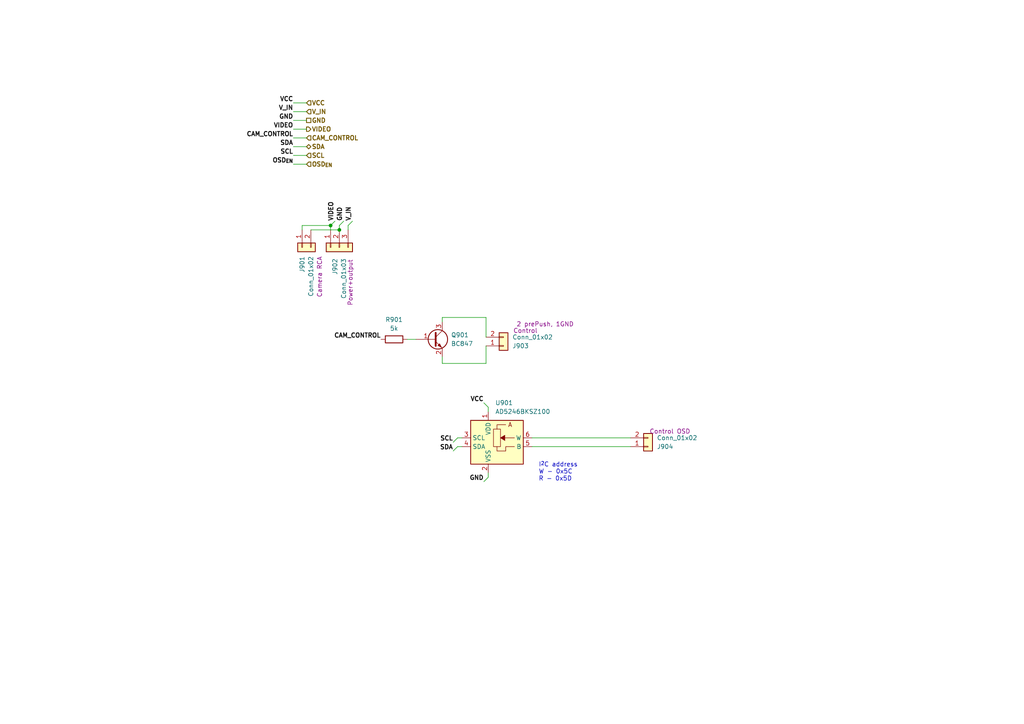
<source format=kicad_sch>
(kicad_sch (version 20211123) (generator eeschema)
  (paper "A4")
  (title_block (title "Power Unit - CanSat 2023") (date "2023-01-19") (rev "2022") (company "Project SkyFall") (comment 1 "David Haisman"))
  (lib_symbols
    (symbol "1Knihovna:AD5246"
      (property "Reference" "U" (at 1.27 10.16 0))
      (property "Value" "AD5246" (at 3.81 7.62 0))
      (symbol "AD5246_0_0"
        (polyline (pts (xy 0 3.81) (xy 0 5.08) (xy 2.54 5.08)))
        (polyline (pts (xy 5.08 -1.27) (xy 2.54 -1.27) (xy 2.54 -2.54) (xy 0 -2.54) (xy 0 -1.27)))
        (text "A" (at 3.81 5.08 0) (effects (font (size 1.27 1.27))))
      )
      (symbol "AD5246_1_1"
        (rectangle (start -7.62 6.35) (end 7.62 -6.35) (stroke (width 0.254)) (fill (type background)))
        (polyline (pts (xy 5.08 1.27) (xy 2.286 1.27)))
        (polyline (pts (xy 2.286 0.508) (xy 2.286 2.032) (xy 1.016 1.27) (xy 2.286 0.508)) (fill (type outline)))
        (rectangle (start 1.016 -1.27) (end -1.016 3.81))
        (pin power_in line (at -2.54 8.89 270) (length 2.54) (name "VDD") (number "1"))
        (pin power_in line (at -2.54 -8.89 90) (length 2.54) (name "VSS") (number "2"))
        (pin input line (at -10.16 1.27 0) (length 2.54) (name "SCL") (number "3"))
        (pin bidirectional line (at -10.16 -1.27 0) (length 2.54) (name "SDA") (number "4"))
        (pin passive line (at 10.16 -1.27 180) (length 2.54) (name "B") (number "5"))
        (pin passive line (at 10.16 1.27 180) (length 2.54) (name "W") (number "6"))
      )
    )
    (symbol "Connector_Generic:Conn_01x02" (pin_names (offset 1.016) hide)
      (property "Reference" "J" (at 0 2.54 0))
      (property "Value" "Conn_01x02" (at 0 -5.08 0))
      (symbol "Conn_01x02_1_1"
        (rectangle (start -1.27 -2.413) (end 0 -2.667) (stroke (width 0.1524)))
        (rectangle (start -1.27 0.127) (end 0 -0.127) (stroke (width 0.1524)))
        (rectangle (start -1.27 1.27) (end 1.27 -3.81) (stroke (width 0.254)) (fill (type background)))
        (pin passive line (at -5.08 0 0) (length 3.81) (name "Pin_1") (number "1"))
        (pin passive line (at -5.08 -2.54 0) (length 3.81) (name "Pin_2") (number "2"))
      )
    )
    (symbol "Connector_Generic:Conn_01x03" (pin_names (offset 1.016) hide)
      (property "Reference" "J" (at 0 5.08 0))
      (property "Value" "Conn_01x03" (at 0 -5.08 0))
      (symbol "Conn_01x03_1_1"
        (rectangle (start -1.27 -2.413) (end 0 -2.667) (stroke (width 0.1524)))
        (rectangle (start -1.27 0.127) (end 0 -0.127) (stroke (width 0.1524)))
        (rectangle (start -1.27 2.667) (end 0 2.413) (stroke (width 0.1524)))
        (rectangle (start -1.27 3.81) (end 1.27 -3.81) (stroke (width 0.254)) (fill (type background)))
        (pin passive line (at -5.08 2.54 0) (length 3.81) (name "Pin_1") (number "1"))
        (pin passive line (at -5.08 0 0) (length 3.81) (name "Pin_2") (number "2"))
        (pin passive line (at -5.08 -2.54 0) (length 3.81) (name "Pin_3") (number "3"))
      )
    )
    (symbol "Device:R" (pin_numbers hide) (pin_names (offset 0))
      (property "Reference" "R" (at 2.032 0 90))
      (property "Value" "R" (at 0 0 90))
      (symbol "R_0_1"
        (rectangle (start -1.016 -2.54) (end 1.016 2.54) (stroke (width 0.254)))
      )
      (symbol "R_1_1"
        (pin passive line (at 0 3.81 270) (length 1.27) (name "~") (number "1"))
        (pin passive line (at 0 -3.81 90) (length 1.27) (name "~") (number "2"))
      )
    )
    (symbol "Transistor_BJT:BC847" (pin_names (offset 0) hide)
      (property "Reference" "Q" (at 5.08 1.905 0))
      (property "Value" "BC847" (at 5.08 0 0))
      (symbol "BC847_0_1"
        (polyline (pts (xy 0.635 0.635) (xy 2.54 2.54)))
        (polyline (pts (xy 0.635 -0.635) (xy 2.54 -2.54) (xy 2.54 -2.54)))
        (polyline (pts (xy 0.635 1.905) (xy 0.635 -1.905) (xy 0.635 -1.905)) (stroke (width 0.508)))
        (polyline (pts (xy 1.27 -1.778) (xy 1.778 -1.27) (xy 2.286 -2.286) (xy 1.27 -1.778) (xy 1.27 -1.778)) (fill (type outline)))
        (circle (center 1.27 0) (radius 2.8194) (stroke (width 0.254)))
      )
      (symbol "BC847_1_1"
        (pin input line (at -5.08 0 0) (length 5.715) (name "B") (number "1"))
        (pin passive line (at 2.54 -5.08 90) (length 2.54) (name "E") (number "2"))
        (pin passive line (at 2.54 5.08 270) (length 2.54) (name "C") (number "3"))
      )
    )
  )
  (junction (at 98.425 66.675))
  (junction (at 95.885 65.405))
  (wire (pts (xy 100.965 66.675) (xy 100.965 65.405)))
  (wire (pts (xy 90.17 66.675) (xy 98.425 66.675)))
  (wire (pts (xy 85.09 34.925) (xy 88.9 34.925)))
  (wire (pts (xy 88.9 42.545) (xy 85.09 42.545)))
  (wire (pts (xy 141.605 138.43) (xy 140.335 139.7)))
  (wire (pts (xy 140.97 92.075) (xy 140.97 97.79)))
  (wire (pts (xy 85.09 37.465) (xy 88.9 37.465)))
  (wire (pts (xy 182.88 129.54) (xy 154.305 129.54)))
  (wire (pts (xy 98.425 65.405) (xy 99.695 64.135)))
  (wire (pts (xy 85.09 40.005) (xy 88.9 40.005)))
  (wire (pts (xy 85.09 32.385) (xy 88.9 32.385)))
  (wire (pts (xy 85.09 45.085) (xy 88.9 45.085)))
  (wire (pts (xy 133.985 129.54) (xy 132.715 129.54)))
  (wire (pts (xy 100.965 65.405) (xy 102.235 64.135)))
  (wire (pts (xy 95.885 65.405) (xy 97.155 64.135)))
  (wire (pts (xy 87.63 65.405) (xy 87.63 66.675)))
  (wire (pts (xy 85.09 29.845) (xy 88.9 29.845)))
  (wire (pts (xy 141.605 137.16) (xy 141.605 138.43)))
  (wire (pts (xy 154.305 127) (xy 182.88 127)))
  (wire (pts (xy 132.715 127) (xy 131.445 128.27)))
  (wire (pts (xy 128.27 92.075) (xy 140.97 92.075)))
  (wire (pts (xy 88.9 47.625) (xy 85.09 47.625)))
  (wire (pts (xy 133.985 127) (xy 132.715 127)))
  (wire (pts (xy 98.425 66.675) (xy 98.425 65.405)))
  (wire (pts (xy 128.27 93.345) (xy 128.27 92.075)))
  (wire (pts (xy 141.605 118.11) (xy 140.335 116.84)))
  (wire (pts (xy 95.885 66.675) (xy 95.885 65.405)))
  (wire (pts (xy 132.715 129.54) (xy 131.445 130.81)))
  (wire (pts (xy 95.885 65.405) (xy 87.63 65.405)))
  (wire (pts (xy 140.97 105.41) (xy 140.97 100.33)))
  (wire (pts (xy 128.27 105.41) (xy 140.97 105.41)))
  (wire (pts (xy 128.27 103.505) (xy 128.27 105.41)))
  (wire (pts (xy 141.605 119.38) (xy 141.605 118.11)))
  (wire (pts (xy 118.11 98.425) (xy 120.65 98.425)))
  (text "I^{2}C address\nW - 0x5C\nR - 0x5D\n" (at 156.21 139.7 0) (effects (font (size 1.27 1.27)) (justify left bottom)))
  (label "SCL" (at 85.09 45.085 180) (effects (font bold)))
  (label "VCC" (at 85.09 29.845 180) (effects (font (thickness 0.254) bold)))
  (label "GND" (at 140.335 139.7 180) (effects (font bold)))
  (label "CAM_CONTROL" (at 110.49 98.425 180) (effects (font (thickness 0.254) bold)))
  (label "GND" (at 85.09 34.925 180) (effects (font bold)))
  (label "V_IN" (at 85.09 32.385 180) (effects (font bold)))
  (label "VIDEO" (at 97.155 64.135 90) (effects (font bold)))
  (label "SDA" (at 131.445 130.81 180) (effects (font bold)))
  (label "CAM_CONTROL" (at 85.09 40.005 180) (effects (font (thickness 0.254) bold)))
  (label "SDA" (at 85.09 42.545 180) (effects (font bold)))
  (label "OSD_{EN}" (at 85.09 47.625 180) (effects (font bold)))
  (label "V_IN" (at 102.235 64.135 90) (effects (font bold)))
  (label "SCL" (at 131.445 128.27 180) (effects (font bold)))
  (label "GND" (at 99.695 64.135 90) (effects (font bold)))
  (label "VIDEO" (at 85.09 37.465 180) (effects (font bold)))
  (label "VCC" (at 140.335 116.84 180) (effects (font (thickness 0.254) bold)))
  (hierarchical_label "V_IN" (shape input) (at 88.9 32.385 0) (effects (font (thickness 0.254) bold)))
  (hierarchical_label "GND" (shape passive) (at 88.9 34.925 0) (effects (font bold)))
  (hierarchical_label "SDA" (shape bidirectional) (at 88.9 42.545 0) (effects (font bold)))
  (hierarchical_label "OSD_{EN}" (shape input) (at 88.9 47.625 0) (effects (font bold)))
  (hierarchical_label "CAM_CONTROL" (shape input) (at 88.9 40.005 0) (effects (font (thickness 0.254) bold)))
  (hierarchical_label "SCL" (shape input) (at 88.9 45.085 0) (effects (font bold)))
  (hierarchical_label "VIDEO" (shape output) (at 88.9 37.465 0) (effects (font bold)))
  (hierarchical_label "VCC" (shape input) (at 88.9 29.845 0) (effects (font (thickness 0.254) bold)))
  (symbol (lib_id "1Knihovna:AD5246") (at 144.145 128.27 0) (unit 1)
    (property "Reference" "U901" (at 143.6244 116.84 0) (effects (justify left)))
    (property "Value" "AD5246BKSZ100" (at 143.6244 119.38 0) (effects (justify left)))
    (property "Footprint" "CanSat_2023:SOT65P210X110-6N" (effects hide))
  )
  (symbol (lib_id "Connector_Generic:Conn_01x02") (at 87.63 71.755 90) (mirror x) (unit 1)
    (property "Reference" "J901" (at 87.6299 74.295 0) (effects (justify left)))
    (property "Value" "Conn_01x02" (at 90.1699 74.295 0) (effects (justify left)))
    (property "Footprint" "CanSat_2023:Molex_PicoBlade_53261-0271_1x02-1MP_P1.25mm_Horizontal" (effects hide))
    (property "Legend" "Camera RCA" (at 92.71 74.295 0) (effects (justify left)))
  )
  (symbol (lib_id "Connector_Generic:Conn_01x02") (at 146.05 100.33 0) (mirror x) (unit 1)
    (property "Reference" "J903" (at 148.59 100.3301 0) (effects (justify left)))
    (property "Value" "Conn_01x02" (at 148.59 97.7901 0) (effects (justify left)))
    (property "Footprint" "CanSat_2023:Molex_PicoBlade_53047-0210_1x02_P1.25mm_Vertical" (effects hide))
    (property "Legend" "Control" (at 152.4 95.885 0))
    (property "Comment" "2 prePush, 1GND" (at 158.115 93.98 0))
  )
  (symbol (lib_id "Transistor_BJT:BC847") (at 125.73 98.425 0) (unit 1)
    (property "Reference" "Q901" (at 130.81 97.1549 0) (effects (justify left)))
    (property "Value" "BC847" (at 130.81 99.6949 0) (effects (justify left)))
    (property "Footprint" "CanSat_2023:SOT-23" (effects hide))
    (property "Datasheet" "http://www.infineon.com/dgdl/Infineon-BC847SERIES_BC848SERIES_BC849SERIES_BC850SERIES-DS-v01_01-en.pdf?fileId=db3a304314dca389011541d4630a1657" (effects hide))
  )
  (symbol (lib_id "Connector_Generic:Conn_01x03") (at 98.425 71.755 90) (mirror x) (unit 1)
    (property "Reference" "J902" (at 97.1549 74.93 0) (effects (justify left)))
    (property "Value" "Conn_01x03" (at 99.6949 74.93 0) (effects (justify left)))
    (property "Footprint" "CanSat_2023:Molex_PicoBlade_53047-0310_1x03_P1.25mm_Vertical" (effects hide))
    (property "Legend" "Power+output" (at 101.6 81.915 0))
  )
  (symbol (lib_id "Device:R") (at 114.3 98.425 90) (unit 1)
    (property "Reference" "R901" (at 114.3 92.71 90))
    (property "Value" "5k" (at 114.3 95.25 90))
    (property "Footprint" "CanSat_2023:R_0805_2012Metric" (effects hide))
  )
  (symbol (lib_id "Connector_Generic:Conn_01x02") (at 187.96 129.54 0) (mirror x) (unit 1)
    (property "Reference" "J904" (at 190.5 129.5401 0) (effects (justify left)))
    (property "Value" "Conn_01x02" (at 190.5 127.0001 0) (effects (justify left)))
    (property "Footprint" "CanSat_2023:Molex_PicoBlade_53047-0210_1x02_P1.25mm_Vertical" (effects hide))
    (property "Legend" "Control OSD" (at 194.31 125.095 0))
  )
)
</source>
